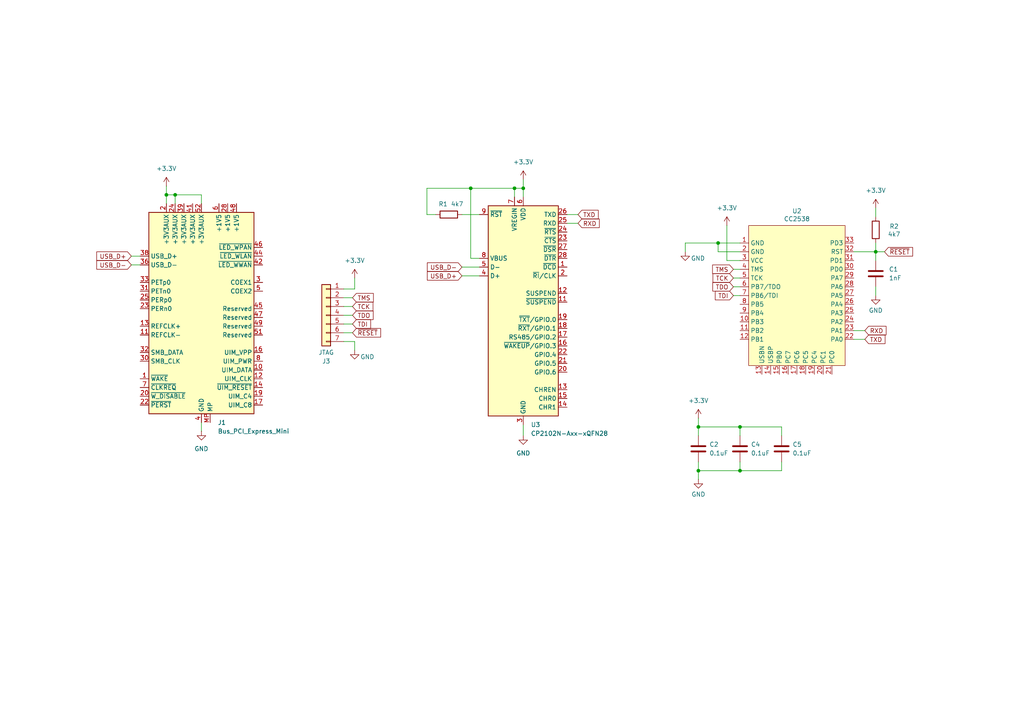
<source format=kicad_sch>
(kicad_sch (version 20231120) (generator "eeschema") (generator_version "8.0")
  (paper "A4")
  (lib_symbols
    (symbol "Connector:Bus_PCI_Express_Mini"
      (property "Reference" "J" (at -16.51 31.75 0))
      (property "Value" "Bus_PCI_Express_Mini" (at 22.86 31.75 0))
      (symbol "Bus_PCI_Express_Mini_0_1"
        (rectangle (start -15.24 30.48) (end 15.24 -27.94) (stroke (width 0.254)) (fill (type background)))
      )
      (symbol "Bus_PCI_Express_Mini_1_1"
        (pin open_collector line (at -17.78 -17.78 0) (length 2.54) (name "~{WAKE}") (number "1"))
        (pin bidirectional line (at 17.78 -15.24 180) (length 2.54) (name "UIM_DATA") (number "10"))
        (pin input line (at -17.78 -5.08 0) (length 2.54) (name "REFCLK-") (number "11"))
        (pin output line (at 17.78 -17.78 180) (length 2.54) (name "UIM_CLK") (number "12"))
        (pin input line (at -17.78 -2.54 0) (length 2.54) (name "REFCLK+") (number "13"))
        (pin output line (at 17.78 -20.32 180) (length 2.54) (name "~{UIM_RESET}") (number "14"))
        (pin passive line (at 0 -30.48 90) (length 2.54) hide (name "GND") (number "15"))
        (pin power_out line (at 17.78 -10.16 180) (length 2.54) (name "UIM_VPP") (number "16"))
        (pin passive line (at 17.78 -25.4 180) (length 2.54) (name "UIM_C8") (number "17"))
        (pin passive line (at 0 -30.48 90) (length 2.54) hide (name "GND") (number "18"))
        (pin passive line (at 17.78 -22.86 180) (length 2.54) (name "UIM_C4") (number "19"))
        (pin power_in line (at -10.16 33.02 270) (length 2.54) (name "+3V3AUX") (number "2"))
        (pin input line (at -17.78 -22.86 0) (length 2.54) (name "~{W_DISABLE}") (number "20"))
        (pin passive line (at 0 -30.48 90) (length 2.54) hide (name "GND") (number "21"))
        (pin input line (at -17.78 -25.4 0) (length 2.54) (name "~{PERST}") (number "22"))
        (pin output line (at -17.78 2.54 0) (length 2.54) (name "PERn0") (number "23"))
        (pin power_in line (at -7.62 33.02 270) (length 2.54) (name "+3V3AUX") (number "24"))
        (pin output line (at -17.78 5.08 0) (length 2.54) (name "PERp0") (number "25"))
        (pin passive line (at 0 -30.48 90) (length 2.54) hide (name "GND") (number "26"))
        (pin passive line (at 0 -30.48 90) (length 2.54) hide (name "GND") (number "27"))
        (pin power_in line (at 7.62 33.02 270) (length 2.54) (name "+1V5") (number "28"))
        (pin passive line (at 0 -30.48 90) (length 2.54) hide (name "GND") (number "29"))
        (pin passive line (at 17.78 10.16 180) (length 2.54) (name "COEX1") (number "3"))
        (pin input line (at -17.78 -12.7 0) (length 2.54) (name "SMB_CLK") (number "30"))
        (pin input line (at -17.78 7.62 0) (length 2.54) (name "PETn0") (number "31"))
        (pin bidirectional line (at -17.78 -10.16 0) (length 2.54) (name "SMB_DATA") (number "32"))
        (pin input line (at -17.78 10.16 0) (length 2.54) (name "PETp0") (number "33"))
        (pin passive line (at 0 -30.48 90) (length 2.54) hide (name "GND") (number "34"))
        (pin passive line (at 0 -30.48 90) (length 2.54) hide (name "GND") (number "35"))
        (pin bidirectional line (at -17.78 15.24 0) (length 2.54) (name "USB_D-") (number "36"))
        (pin passive line (at 0 -30.48 90) (length 2.54) hide (name "GND") (number "37"))
        (pin bidirectional line (at -17.78 17.78 0) (length 2.54) (name "USB_D+") (number "38"))
        (pin power_in line (at -5.08 33.02 270) (length 2.54) (name "+3V3AUX") (number "39"))
        (pin power_in line (at 0 -30.48 90) (length 2.54) (name "GND") (number "4"))
        (pin passive line (at 0 -30.48 90) (length 2.54) hide (name "GND") (number "40"))
        (pin power_in line (at -2.54 33.02 270) (length 2.54) (name "+3V3AUX") (number "41"))
        (pin open_collector line (at 17.78 15.24 180) (length 2.54) (name "~{LED_WWAN}") (number "42"))
        (pin passive line (at 0 -30.48 90) (length 2.54) hide (name "GND") (number "43"))
        (pin open_collector line (at 17.78 17.78 180) (length 2.54) (name "~{LED_WLAN}") (number "44"))
        (pin passive line (at 17.78 2.54 180) (length 2.54) (name "Reserved") (number "45"))
        (pin open_collector line (at 17.78 20.32 180) (length 2.54) (name "~{LED_WPAN}") (number "46"))
        (pin passive line (at 17.78 0 180) (length 2.54) (name "Reserved") (number "47"))
        (pin power_in line (at 10.16 33.02 270) (length 2.54) (name "+1V5") (number "48"))
        (pin passive line (at 17.78 -2.54 180) (length 2.54) (name "Reserved") (number "49"))
        (pin passive line (at 17.78 7.62 180) (length 2.54) (name "COEX2") (number "5"))
        (pin passive line (at 0 -30.48 90) (length 2.54) hide (name "GND") (number "50"))
        (pin passive line (at 17.78 -5.08 180) (length 2.54) (name "Reserved") (number "51"))
        (pin power_in line (at 0 33.02 270) (length 2.54) (name "+3V3AUX") (number "52"))
        (pin power_in line (at 5.08 33.02 270) (length 2.54) (name "+1V5") (number "6"))
        (pin open_collector line (at -17.78 -20.32 0) (length 2.54) (name "~{CLKREQ}") (number "7"))
        (pin power_out line (at 17.78 -12.7 180) (length 2.54) (name "UIM_PWR") (number "8"))
        (pin passive line (at 0 -30.48 90) (length 2.54) hide (name "GND") (number "9"))
        (pin passive line (at 2.54 -30.48 90) (length 2.54) (name "MP") (number "MP"))
      )
    )
    (symbol "Connector_Generic:Conn_01x07" (pin_names (offset 1.016) hide)
      (property "Reference" "J" (at 0 10.16 0))
      (property "Value" "Conn_01x07" (at 0 -10.16 0))
      (symbol "Conn_01x07_1_1"
        (rectangle (start -1.27 -7.493) (end 0 -7.747) (stroke (width 0.1524)))
        (rectangle (start -1.27 -4.953) (end 0 -5.207) (stroke (width 0.1524)))
        (rectangle (start -1.27 -2.413) (end 0 -2.667) (stroke (width 0.1524)))
        (rectangle (start -1.27 0.127) (end 0 -0.127) (stroke (width 0.1524)))
        (rectangle (start -1.27 2.667) (end 0 2.413) (stroke (width 0.1524)))
        (rectangle (start -1.27 5.207) (end 0 4.953) (stroke (width 0.1524)))
        (rectangle (start -1.27 7.747) (end 0 7.493) (stroke (width 0.1524)))
        (rectangle (start -1.27 8.89) (end 1.27 -8.89) (stroke (width 0.254)) (fill (type background)))
        (pin passive line (at -5.08 7.62 0) (length 3.81) (name "Pin_1") (number "1"))
        (pin passive line (at -5.08 5.08 0) (length 3.81) (name "Pin_2") (number "2"))
        (pin passive line (at -5.08 2.54 0) (length 3.81) (name "Pin_3") (number "3"))
        (pin passive line (at -5.08 0 0) (length 3.81) (name "Pin_4") (number "4"))
        (pin passive line (at -5.08 -2.54 0) (length 3.81) (name "Pin_5") (number "5"))
        (pin passive line (at -5.08 -5.08 0) (length 3.81) (name "Pin_6") (number "6"))
        (pin passive line (at -5.08 -7.62 0) (length 3.81) (name "Pin_7") (number "7"))
      )
    )
    (symbol "Custom_Symbols:CC2538_Module"
      (property "Reference" "U" (at 0 20.32 0))
      (symbol "CC2538_Module_0_0"
        (pin power_in line (at -16.51 13.97 0) (length 2.54) (name "GND") (number "1"))
        (pin bidirectional line (at -16.51 -8.89 0) (length 2.54) (name "PB3") (number "10"))
        (pin bidirectional line (at -16.51 -11.43 0) (length 2.54) (name "PB2") (number "11"))
        (pin bidirectional line (at -16.51 -13.97 0) (length 2.54) (name "PB1") (number "12"))
        (pin bidirectional line (at -10.16 -24.13 90) (length 2.54) (name "USBN") (number "13"))
        (pin bidirectional line (at -7.62 -24.13 90) (length 2.54) (name "USBP") (number "14"))
        (pin bidirectional line (at -5.08 -24.13 90) (length 2.54) (name "PB0") (number "15"))
        (pin bidirectional line (at -2.54 -24.13 90) (length 2.54) (name "PC7") (number "16"))
        (pin bidirectional line (at 0 -24.13 90) (length 2.54) (name "PC6") (number "17"))
        (pin bidirectional line (at 2.54 -24.13 90) (length 2.54) (name "PC5") (number "18"))
        (pin bidirectional line (at 5.08 -24.13 90) (length 2.54) (name "PC4") (number "19"))
        (pin power_in line (at -16.51 11.43 0) (length 2.54) (name "GND") (number "2"))
        (pin bidirectional line (at 7.62 -24.13 90) (length 2.54) (name "PC1") (number "20"))
        (pin bidirectional line (at 10.16 -24.13 90) (length 2.54) (name "PC0") (number "21"))
        (pin bidirectional line (at 16.51 -13.97 180) (length 2.54) (name "PA0") (number "22"))
        (pin bidirectional line (at 16.51 -11.43 180) (length 2.54) (name "PA1") (number "23"))
        (pin bidirectional line (at 16.51 -8.89 180) (length 2.54) (name "PA2") (number "24"))
        (pin bidirectional line (at 16.51 -6.35 180) (length 2.54) (name "PA3") (number "25"))
        (pin bidirectional line (at 16.51 -3.81 180) (length 2.54) (name "PA4") (number "26"))
        (pin bidirectional line (at 16.51 -1.27 180) (length 2.54) (name "PA5") (number "27"))
        (pin bidirectional line (at 16.51 1.27 180) (length 2.54) (name "PA6") (number "28"))
        (pin bidirectional line (at 16.51 3.81 180) (length 2.54) (name "PA7") (number "29"))
        (pin power_out line (at -16.51 8.89 0) (length 2.54) (name "VCC") (number "3"))
        (pin bidirectional line (at 16.51 6.35 180) (length 2.54) (name "PD0") (number "30"))
        (pin bidirectional line (at 16.51 8.89 180) (length 2.54) (name "PD1") (number "31"))
        (pin input line (at 16.51 11.43 180) (length 2.54) (name "RST") (number "32"))
        (pin bidirectional line (at 16.51 13.97 180) (length 2.54) (name "PD3") (number "33"))
        (pin bidirectional line (at -16.51 6.35 0) (length 2.54) (name "TMS") (number "4"))
        (pin bidirectional line (at -16.51 3.81 0) (length 2.54) (name "TCK") (number "5"))
        (pin bidirectional line (at -16.51 1.27 0) (length 2.54) (name "PB7/TDO") (number "6"))
        (pin bidirectional line (at -16.51 -1.27 0) (length 2.54) (name "PB6/TDI") (number "7"))
        (pin bidirectional line (at -16.51 -3.81 0) (length 2.54) (name "PB5") (number "8"))
        (pin bidirectional line (at -16.51 -6.35 0) (length 2.54) (name "PB4") (number "9"))
      )
      (symbol "CC2538_Module_1_1"
        (rectangle (start -13.97 19.05) (end 13.97 -21.59) (fill (type background)))
      )
    )
    (symbol "Device:C" (pin_numbers hide) (pin_names (offset 0.254))
      (property "Reference" "C" (at 0.635 2.54 0))
      (property "Value" "C" (at 0.635 -2.54 0))
      (symbol "C_0_1"
        (polyline (pts (xy -2.032 -0.762) (xy 2.032 -0.762)) (stroke (width 0.508)))
        (polyline (pts (xy -2.032 0.762) (xy 2.032 0.762)) (stroke (width 0.508)))
      )
      (symbol "C_1_1"
        (pin passive line (at 0 3.81 270) (length 2.794) (name "~") (number "1"))
        (pin passive line (at 0 -3.81 90) (length 2.794) (name "~") (number "2"))
      )
    )
    (symbol "Device:R" (pin_numbers hide) (pin_names (offset 0))
      (property "Reference" "R" (at 2.032 0 90))
      (property "Value" "R" (at 0 0 90))
      (symbol "R_0_1"
        (rectangle (start -1.016 -2.54) (end 1.016 2.54) (stroke (width 0.254)))
      )
      (symbol "R_1_1"
        (pin passive line (at 0 3.81 270) (length 1.27) (name "~") (number "1"))
        (pin passive line (at 0 -3.81 90) (length 1.27) (name "~") (number "2"))
      )
    )
    (symbol "Interface_USB:CP2102N-Axx-xQFN28"
      (property "Reference" "U" (at -8.89 31.75 0))
      (property "Value" "CP2102N-Axx-xQFN28" (at 12.7 31.75 0))
      (symbol "CP2102N-Axx-xQFN28_0_1"
        (rectangle (start -10.16 30.48) (end 10.16 -30.48) (stroke (width 0.254)) (fill (type background)))
      )
      (symbol "CP2102N-Axx-xQFN28_1_1"
        (pin input line (at 12.7 12.7 180) (length 2.54) (name "~{DCD}") (number "1"))
        (pin no_connect line (at -10.16 -27.94 0) (length 2.54) hide (name "NC") (number "10"))
        (pin output line (at 12.7 2.54 180) (length 2.54) (name "~{SUSPEND}") (number "11"))
        (pin output line (at 12.7 5.08 180) (length 2.54) (name "SUSPEND") (number "12"))
        (pin output line (at 12.7 -22.86 180) (length 2.54) (name "CHREN") (number "13"))
        (pin output line (at 12.7 -27.94 180) (length 2.54) (name "CHR1") (number "14"))
        (pin output line (at 12.7 -25.4 180) (length 2.54) (name "CHR0") (number "15"))
        (pin bidirectional line (at 12.7 -10.16 180) (length 2.54) (name "~{WAKEUP}/GPIO.3") (number "16"))
        (pin bidirectional line (at 12.7 -7.62 180) (length 2.54) (name "RS485/GPIO.2") (number "17"))
        (pin bidirectional line (at 12.7 -5.08 180) (length 2.54) (name "~{RXT}/GPIO.1") (number "18"))
        (pin bidirectional line (at 12.7 -2.54 180) (length 2.54) (name "~{TXT}/GPIO.0") (number "19"))
        (pin bidirectional line (at 12.7 10.16 180) (length 2.54) (name "~{RI}/CLK") (number "2"))
        (pin bidirectional line (at 12.7 -17.78 180) (length 2.54) (name "GPIO.6") (number "20"))
        (pin bidirectional line (at 12.7 -15.24 180) (length 2.54) (name "GPIO.5") (number "21"))
        (pin bidirectional line (at 12.7 -12.7 180) (length 2.54) (name "GPIO.4") (number "22"))
        (pin input line (at 12.7 20.32 180) (length 2.54) (name "~{CTS}") (number "23"))
        (pin output line (at 12.7 22.86 180) (length 2.54) (name "~{RTS}") (number "24"))
        (pin input line (at 12.7 25.4 180) (length 2.54) (name "RXD") (number "25"))
        (pin output line (at 12.7 27.94 180) (length 2.54) (name "TXD") (number "26"))
        (pin input line (at 12.7 17.78 180) (length 2.54) (name "~{DSR}") (number "27"))
        (pin output line (at 12.7 15.24 180) (length 2.54) (name "~{DTR}") (number "28"))
        (pin passive line (at 0 -33.02 90) (length 2.54) hide (name "GND") (number "29"))
        (pin power_in line (at 0 -33.02 90) (length 2.54) (name "GND") (number "3"))
        (pin bidirectional line (at -12.7 10.16 0) (length 2.54) (name "D+") (number "4"))
        (pin bidirectional line (at -12.7 12.7 0) (length 2.54) (name "D-") (number "5"))
        (pin power_in line (at 0 33.02 270) (length 2.54) (name "VDD") (number "6"))
        (pin power_in line (at -2.54 33.02 270) (length 2.54) (name "VREGIN") (number "7"))
        (pin input line (at -12.7 15.24 0) (length 2.54) (name "VBUS") (number "8"))
        (pin input line (at -12.7 27.94 0) (length 2.54) (name "~{RST}") (number "9"))
      )
    )
    (symbol "power:+3.3V" (power) (pin_numbers hide) (pin_names (offset 0) hide)
      (property "Value" "+3.3V" (at 0 3.556 0))
      (symbol "+3.3V_0_1"
        (polyline (pts (xy -0.762 1.27) (xy 0 2.54)))
        (polyline (pts (xy 0 0) (xy 0 2.54)))
        (polyline (pts (xy 0 2.54) (xy 0.762 1.27)))
      )
      (symbol "+3.3V_1_1"
        (pin power_in line (at 0 0 90) (length 0) (name "~") (number "1"))
      )
    )
    (symbol "power:GND" (power) (pin_numbers hide) (pin_names (offset 0) hide)
      (property "Value" "GND" (at 0 -3.81 0))
      (symbol "GND_0_1"
        (polyline (pts (xy 0 0) (xy 0 -1.27) (xy 1.27 -1.27) (xy 0 -2.54) (xy -1.27 -1.27) (xy 0 -1.27)))
      )
      (symbol "GND_1_1"
        (pin power_in line (at 0 0 270) (length 0) (name "~") (number "1"))
      )
    )
  )
  (junction (at 254 73.025))
  (junction (at 202.565 123.825))
  (junction (at 50.8 56.515))
  (junction (at 214.63 123.825))
  (junction (at 136.525 54.61))
  (junction (at 151.765 54.61))
  (junction (at 48.26 56.515))
  (junction (at 208.28 70.485))
  (junction (at 149.225 54.61))
  (junction (at 202.565 136.525))
  (junction (at 214.63 136.525))
  (wire (pts (xy 50.8 59.055) (xy 50.8 56.515)))
  (wire (pts (xy 151.765 123.19) (xy 151.765 126.365)))
  (wire (pts (xy 202.565 139.065) (xy 202.565 136.525)))
  (wire (pts (xy 212.725 80.645) (xy 214.63 80.645)))
  (wire (pts (xy 149.225 54.61) (xy 151.765 54.61)))
  (wire (pts (xy 133.985 80.01) (xy 139.065 80.01)))
  (wire (pts (xy 58.42 59.055) (xy 58.42 56.515)))
  (wire (pts (xy 198.755 70.485) (xy 208.28 70.485)))
  (wire (pts (xy 38.1 74.295) (xy 40.64 74.295)))
  (wire (pts (xy 48.26 53.975) (xy 48.26 56.515)))
  (wire (pts (xy 226.695 136.525) (xy 226.695 133.985)))
  (wire (pts (xy 99.695 91.44) (xy 102.235 91.44)))
  (wire (pts (xy 247.65 73.025) (xy 254 73.025)))
  (wire (pts (xy 254 73.025) (xy 254 75.565)))
  (wire (pts (xy 202.565 121.285) (xy 202.565 123.825)))
  (wire (pts (xy 102.87 101.6) (xy 102.87 99.06)))
  (wire (pts (xy 50.8 56.515) (xy 48.26 56.515)))
  (wire (pts (xy 123.825 54.61) (xy 136.525 54.61)))
  (wire (pts (xy 133.985 62.23) (xy 139.065 62.23)))
  (wire (pts (xy 214.63 136.525) (xy 226.695 136.525)))
  (wire (pts (xy 247.65 95.885) (xy 250.825 95.885)))
  (wire (pts (xy 254 60.325) (xy 254 62.865)))
  (wire (pts (xy 214.63 123.825) (xy 214.63 126.365)))
  (wire (pts (xy 226.695 123.825) (xy 226.695 126.365)))
  (wire (pts (xy 149.225 57.15) (xy 149.225 54.61)))
  (wire (pts (xy 38.1 76.835) (xy 40.64 76.835)))
  (wire (pts (xy 247.65 98.425) (xy 250.825 98.425)))
  (wire (pts (xy 151.765 54.61) (xy 151.765 57.15)))
  (wire (pts (xy 214.63 133.985) (xy 214.63 136.525)))
  (wire (pts (xy 208.28 70.485) (xy 214.63 70.485)))
  (wire (pts (xy 102.87 80.645) (xy 102.87 83.82)))
  (wire (pts (xy 202.565 133.985) (xy 202.565 136.525)))
  (wire (pts (xy 136.525 54.61) (xy 149.225 54.61)))
  (wire (pts (xy 133.985 77.47) (xy 139.065 77.47)))
  (wire (pts (xy 99.695 86.36) (xy 102.235 86.36)))
  (wire (pts (xy 164.465 64.77) (xy 167.64 64.77)))
  (wire (pts (xy 208.28 73.025) (xy 208.28 70.485)))
  (wire (pts (xy 99.695 88.9) (xy 102.235 88.9)))
  (wire (pts (xy 99.695 96.52) (xy 102.235 96.52)))
  (wire (pts (xy 58.42 56.515) (xy 50.8 56.515)))
  (wire (pts (xy 102.87 99.06) (xy 99.695 99.06)))
  (wire (pts (xy 164.465 62.23) (xy 167.64 62.23)))
  (wire (pts (xy 202.565 123.825) (xy 214.63 123.825)))
  (wire (pts (xy 58.42 122.555) (xy 58.42 125.095)))
  (wire (pts (xy 202.565 123.825) (xy 202.565 126.365)))
  (wire (pts (xy 136.525 74.93) (xy 139.065 74.93)))
  (wire (pts (xy 214.63 73.025) (xy 208.28 73.025)))
  (wire (pts (xy 202.565 136.525) (xy 214.63 136.525)))
  (wire (pts (xy 212.725 83.185) (xy 214.63 83.185)))
  (wire (pts (xy 198.755 70.485) (xy 198.755 73.025)))
  (wire (pts (xy 212.725 78.105) (xy 214.63 78.105)))
  (wire (pts (xy 126.365 62.23) (xy 123.825 62.23)))
  (wire (pts (xy 254 85.725) (xy 254 83.185)))
  (wire (pts (xy 48.26 59.055) (xy 48.26 56.515)))
  (wire (pts (xy 212.725 85.725) (xy 214.63 85.725)))
  (wire (pts (xy 102.87 83.82) (xy 99.695 83.82)))
  (wire (pts (xy 214.63 123.825) (xy 226.695 123.825)))
  (wire (pts (xy 254 73.025) (xy 256.54 73.025)))
  (wire (pts (xy 99.695 93.98) (xy 102.235 93.98)))
  (wire (pts (xy 210.82 75.565) (xy 214.63 75.565)))
  (wire (pts (xy 123.825 62.23) (xy 123.825 54.61)))
  (wire (pts (xy 136.525 74.93) (xy 136.525 54.61)))
  (wire (pts (xy 151.765 52.07) (xy 151.765 54.61)))
  (wire (pts (xy 254 73.025) (xy 254 70.485)))
  (wire (pts (xy 210.82 65.405) (xy 210.82 75.565)))
  (global_label "TMS" (shape input) (at 102.235 86.36 0) (property "Intersheetrefs" "${INTERSHEET_REFS}" (effects (hide yes))))
  (global_label "RXD" (shape input) (at 167.64 64.77 0) (property "Intersheetrefs" "${INTERSHEET_REFS}" (effects (hide yes))))
  (global_label "TCK" (shape input) (at 212.725 80.645 180) (property "Intersheetrefs" "${INTERSHEET_REFS}" (effects (hide yes))))
  (global_label "TXD" (shape input) (at 167.64 62.23 0) (property "Intersheetrefs" "${INTERSHEET_REFS}" (effects (hide yes))))
  (global_label "TDI" (shape input) (at 212.725 85.725 180) (property "Intersheetrefs" "${INTERSHEET_REFS}" (effects (hide yes))))
  (global_label "~{RESET}" (shape input) (at 256.54 73.025 0) (property "Intersheetrefs" "${INTERSHEET_REFS}" (effects (hide yes))))
  (global_label "TDI" (shape input) (at 102.235 93.98 0) (property "Intersheetrefs" "${INTERSHEET_REFS}" (effects (hide yes))))
  (global_label "~{RESET}" (shape input) (at 102.235 96.52 0) (property "Intersheetrefs" "${INTERSHEET_REFS}" (effects (hide yes))))
  (global_label "TDO" (shape input) (at 102.235 91.44 0) (property "Intersheetrefs" "${INTERSHEET_REFS}" (effects (hide yes))))
  (global_label "USB_D-" (shape input) (at 38.1 76.835 180) (property "Intersheetrefs" "${INTERSHEET_REFS}" (effects (hide yes))))
  (global_label "USB_D+" (shape input) (at 38.1 74.295 180) (property "Intersheetrefs" "${INTERSHEET_REFS}" (effects (hide yes))))
  (global_label "USB_D+" (shape input) (at 133.985 80.01 180) (property "Intersheetrefs" "${INTERSHEET_REFS}" (effects (hide yes))))
  (global_label "RXD" (shape input) (at 250.825 95.885 0) (property "Intersheetrefs" "${INTERSHEET_REFS}" (effects (hide yes))))
  (global_label "TCK" (shape input) (at 102.235 88.9 0) (property "Intersheetrefs" "${INTERSHEET_REFS}" (effects (hide yes))))
  (global_label "TDO" (shape input) (at 212.725 83.185 180) (property "Intersheetrefs" "${INTERSHEET_REFS}" (effects (hide yes))))
  (global_label "TXD" (shape input) (at 250.825 98.425 0) (property "Intersheetrefs" "${INTERSHEET_REFS}" (effects (hide yes))))
  (global_label "TMS" (shape input) (at 212.725 78.105 180) (property "Intersheetrefs" "${INTERSHEET_REFS}" (effects (hide yes))))
  (global_label "USB_D-" (shape input) (at 133.985 77.47 180) (property "Intersheetrefs" "${INTERSHEET_REFS}" (effects (hide yes))))
  (symbol (lib_id "Device:C") (at 254 79.375 180) (unit 1)
    (property "Reference" "C1" (at 257.81 78.1049 0) (effects (justify right)))
    (property "Value" "1nF" (at 257.81 80.6449 0) (effects (justify right)))
    (property "Footprint" "Capacitor_SMD:C_1206_3216Metric" (effects (hide yes)))
    (property "Description" "Unpolarized capacitor" (effects (hide yes)))
  )
  (symbol (lib_id "power:GND") (at 254 85.725 0) (unit 1)
    (property "Reference" "#PWR09" (effects (hide yes)))
    (property "Value" "GND" (at 254 90.043 0))
    (property "Description" "Power symbol creates a global label with name \"GND\" , ground" (effects (hide yes)))
  )
  (symbol (lib_id "Device:C") (at 214.63 130.175 0) (unit 1)
    (property "Reference" "C4" (at 217.805 128.9049 0) (effects (justify left)))
    (property "Value" "0.1uF" (at 217.805 131.4449 0) (effects (justify left)))
    (property "Footprint" "Capacitor_SMD:C_1206_3216Metric" (effects (hide yes)))
    (property "Description" "Unpolarized capacitor" (effects (hide yes)))
  )
  (symbol (lib_id "power:GND") (at 198.755 73.025 0) (unit 1)
    (property "Reference" "#PWR05" (effects (hide yes)))
    (property "Value" "GND" (at 202.438 74.93 0))
    (property "Description" "Power symbol creates a global label with name \"GND\" , ground" (effects (hide yes)))
  )
  (symbol (lib_id "power:GND") (at 102.87 101.6 0) (unit 1)
    (property "Reference" "#PWR07" (effects (hide yes)))
    (property "Value" "GND" (at 106.553 103.505 0))
    (property "Description" "Power symbol creates a global label with name \"GND\" , ground" (effects (hide yes)))
  )
  (symbol (lib_id "power:+3.3V") (at 151.765 52.07 0) (unit 1)
    (property "Reference" "#PWR03" (effects (hide yes)))
    (property "Value" "+3.3V" (at 151.765 46.99 0))
    (property "Description" "Power symbol creates a global label with name \"+3.3V\"" (effects (hide yes)))
  )
  (symbol (lib_id "Device:C") (at 202.565 130.175 0) (unit 1)
    (property "Reference" "C2" (at 205.74 128.9049 0) (effects (justify left)))
    (property "Value" "0.1uF" (at 205.74 131.4449 0) (effects (justify left)))
    (property "Footprint" "Capacitor_SMD:C_1206_3216Metric" (effects (hide yes)))
    (property "Description" "Unpolarized capacitor" (effects (hide yes)))
  )
  (symbol (lib_id "power:+3.3V") (at 102.87 80.645 0) (unit 1)
    (property "Reference" "#PWR08" (effects (hide yes)))
    (property "Value" "+3.3V" (at 102.87 75.565 0))
    (property "Description" "Power symbol creates a global label with name \"+3.3V\"" (effects (hide yes)))
  )
  (symbol (lib_id "power:GND") (at 151.765 126.365 0) (unit 1)
    (property "Reference" "#PWR04" (effects (hide yes)))
    (property "Value" "GND" (at 151.765 131.445 0))
    (property "Description" "Power symbol creates a global label with name \"GND\" , ground" (effects (hide yes)))
  )
  (symbol (lib_id "power:+3.3V") (at 210.82 65.405 0) (unit 1)
    (property "Reference" "#PWR06" (effects (hide yes)))
    (property "Value" "+3.3V" (at 210.82 60.325 0))
    (property "Description" "Power symbol creates a global label with name \"+3.3V\"" (effects (hide yes)))
  )
  (symbol (lib_id "Connector:Bus_PCI_Express_Mini") (at 58.42 92.075 0) (unit 1)
    (property "Reference" "J1" (at 63.1541 122.555 0) (effects (justify left)))
    (property "Value" "Bus_PCI_Express_Mini" (at 63.1541 125.095 0) (effects (justify left)))
    (property "Footprint" "Custom_Symbols:Mini_PCIe_Side1" (effects (hide yes)))
    (property "Description" "Mini-PCI Express bus connector" (effects (hide yes)))
  )
  (symbol (lib_id "Device:R") (at 254 66.675 0) (mirror y) (unit 1)
    (property "Reference" "R2" (at 259.334 65.659 0))
    (property "Value" "4k7" (at 259.334 67.945 0))
    (property "Footprint" "Resistor_SMD:R_0805_2012Metric" (effects (hide yes)))
    (property "Description" "Resistor" (effects (hide yes)))
  )
  (symbol (lib_id "power:GND") (at 58.42 125.095 0) (unit 1)
    (property "Reference" "#PWR02" (effects (hide yes)))
    (property "Value" "GND" (at 58.42 130.175 0))
    (property "Description" "Power symbol creates a global label with name \"GND\" , ground" (effects (hide yes)))
  )
  (symbol (lib_id "Device:R") (at 130.175 62.23 90) (unit 1)
    (property "Reference" "R1" (at 128.524 59.182 90))
    (property "Value" "4k7" (at 132.588 59.182 90))
    (property "Footprint" "Resistor_SMD:R_0805_2012Metric" (effects (hide yes)))
    (property "Description" "Resistor" (effects (hide yes)))
  )
  (symbol (lib_id "power:+3.3V") (at 254 60.325 0) (unit 1)
    (property "Reference" "#PWR010" (effects (hide yes)))
    (property "Value" "+3.3V" (at 254 55.245 0))
    (property "Description" "Power symbol creates a global label with name \"+3.3V\"" (effects (hide yes)))
  )
  (symbol (lib_id "power:+3.3V") (at 48.26 53.975 0) (unit 1)
    (property "Reference" "#PWR01" (effects (hide yes)))
    (property "Value" "+3.3V" (at 48.26 48.895 0))
    (property "Description" "Power symbol creates a global label with name \"+3.3V\"" (effects (hide yes)))
  )
  (symbol (lib_id "Custom_Symbols:CC2538_Module") (at 231.14 84.455 0) (unit 1)
    (property "Reference" "U2" (at 231.14 61.214 0))
    (property "Value" "CC2538" (at 231.14 63.5 0))
    (property "Footprint" "Custom_Symbols:CC2538_Module" (effects (hide yes)))
  )
  (symbol (lib_id "power:GND") (at 202.565 139.065 0) (unit 1)
    (property "Reference" "#PWR011" (effects (hide yes)))
    (property "Value" "GND" (at 202.565 143.383 0))
    (property "Description" "Power symbol creates a global label with name \"GND\" , ground" (effects (hide yes)))
  )
  (symbol (lib_id "Connector_Generic:Conn_01x07") (at 94.615 91.44 0) (mirror y) (unit 1)
    (property "Reference" "J3" (at 94.615 104.775 0))
    (property "Value" "JTAG" (at 94.615 102.235 0))
    (property "Footprint" "Custom_Symbols:JTAG_TestPoints" (effects (hide yes)))
    (property "Description" "Generic connector, single row, 01x07, script generated (kicad-library-utils/schlib/autogen/connector/)" (effects (hide yes)))
  )
  (symbol (lib_id "Device:C") (at 226.695 130.175 0) (unit 1)
    (property "Reference" "C5" (at 229.87 128.9049 0) (effects (justify left)))
    (property "Value" "0.1uF" (at 229.87 131.4449 0) (effects (justify left)))
    (property "Footprint" "Capacitor_SMD:C_1206_3216Metric" (effects (hide yes)))
    (property "Description" "Unpolarized capacitor" (effects (hide yes)))
  )
  (symbol (lib_id "Interface_USB:CP2102N-Axx-xQFN28") (at 151.765 90.17 0) (unit 1)
    (property "Reference" "U3" (at 153.9591 123.19 0) (effects (justify left)))
    (property "Value" "CP2102N-Axx-xQFN28" (at 153.9591 125.73 0) (effects (justify left)))
    (property "Footprint" "Package_DFN_QFN:QFN-28-1EP_5x5mm_P0.5mm_EP3.35x3.35mm" (effects (hide yes)))
    (property "Datasheet" "https://www.silabs.com/documents/public/data-sheets/cp2102n-datasheet.pdf" (effects (hide yes)))
    (property "Description" "USB to UART master bridge, QFN-28" (effects (hide yes)))
  )
  (symbol (lib_id "power:+3.3V") (at 202.565 121.285 0) (unit 1)
    (property "Reference" "#PWR012" (effects (hide yes)))
    (property "Value" "+3.3V" (at 202.565 116.205 0))
    (property "Description" "Power symbol creates a global label with name \"+3.3V\"" (effects (hide yes)))
  )
)
</source>
